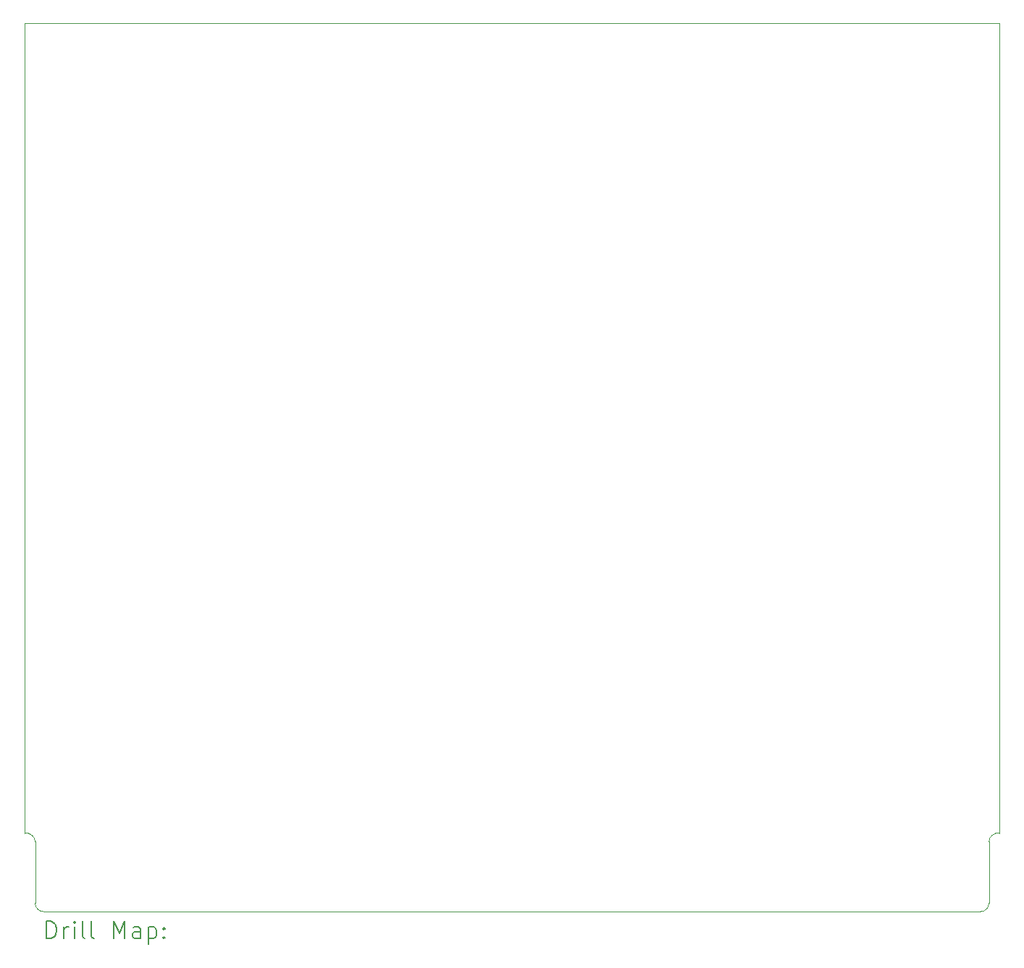
<source format=gbr>
%TF.GenerationSoftware,KiCad,Pcbnew,8.0.3*%
%TF.CreationDate,2025-02-02T19:27:15+01:00*%
%TF.ProjectId,BBARIII,42424152-4949-4492-9e6b-696361645f70,rev?*%
%TF.SameCoordinates,Original*%
%TF.FileFunction,Drillmap*%
%TF.FilePolarity,Positive*%
%FSLAX45Y45*%
G04 Gerber Fmt 4.5, Leading zero omitted, Abs format (unit mm)*
G04 Created by KiCad (PCBNEW 8.0.3) date 2025-02-02 19:27:15*
%MOMM*%
%LPD*%
G01*
G04 APERTURE LIST*
%ADD10C,0.050000*%
%ADD11C,0.200000*%
G04 APERTURE END LIST*
D10*
X20567000Y-13958004D02*
G75*
G02*
X20690424Y-13857350I107530J-5856D01*
G01*
X20567000Y-13958004D02*
X20567000Y-14675996D01*
X20690425Y-13857343D02*
X20690425Y-11475500D01*
X9515500Y-14775502D02*
G75*
G02*
X9415999Y-14675991I-2000J97502D01*
G01*
X9292575Y-11175500D02*
X9292575Y-4375500D01*
X20567000Y-14675996D02*
G75*
G02*
X20467500Y-14775500I-97490J-2014D01*
G01*
X9292575Y-13857339D02*
X9292575Y-11175500D01*
X9292575Y-13857339D02*
G75*
G02*
X9416000Y-13958000I15885J-106521D01*
G01*
X20690425Y-4375500D02*
X9292575Y-4375500D01*
X20467500Y-14775506D02*
X9515500Y-14775502D01*
X20690425Y-11475500D02*
X20690425Y-4375500D01*
X9416000Y-13958000D02*
X9416000Y-14675991D01*
D11*
X9550852Y-15089506D02*
X9550852Y-14889506D01*
X9550852Y-14889506D02*
X9598471Y-14889506D01*
X9598471Y-14889506D02*
X9627042Y-14899030D01*
X9627042Y-14899030D02*
X9646090Y-14918077D01*
X9646090Y-14918077D02*
X9655613Y-14937125D01*
X9655613Y-14937125D02*
X9665137Y-14975220D01*
X9665137Y-14975220D02*
X9665137Y-15003792D01*
X9665137Y-15003792D02*
X9655613Y-15041887D01*
X9655613Y-15041887D02*
X9646090Y-15060934D01*
X9646090Y-15060934D02*
X9627042Y-15079982D01*
X9627042Y-15079982D02*
X9598471Y-15089506D01*
X9598471Y-15089506D02*
X9550852Y-15089506D01*
X9750852Y-15089506D02*
X9750852Y-14956172D01*
X9750852Y-14994268D02*
X9760375Y-14975220D01*
X9760375Y-14975220D02*
X9769899Y-14965696D01*
X9769899Y-14965696D02*
X9788947Y-14956172D01*
X9788947Y-14956172D02*
X9807994Y-14956172D01*
X9874661Y-15089506D02*
X9874661Y-14956172D01*
X9874661Y-14889506D02*
X9865137Y-14899030D01*
X9865137Y-14899030D02*
X9874661Y-14908553D01*
X9874661Y-14908553D02*
X9884185Y-14899030D01*
X9884185Y-14899030D02*
X9874661Y-14889506D01*
X9874661Y-14889506D02*
X9874661Y-14908553D01*
X9998471Y-15089506D02*
X9979423Y-15079982D01*
X9979423Y-15079982D02*
X9969899Y-15060934D01*
X9969899Y-15060934D02*
X9969899Y-14889506D01*
X10103232Y-15089506D02*
X10084185Y-15079982D01*
X10084185Y-15079982D02*
X10074661Y-15060934D01*
X10074661Y-15060934D02*
X10074661Y-14889506D01*
X10331804Y-15089506D02*
X10331804Y-14889506D01*
X10331804Y-14889506D02*
X10398471Y-15032363D01*
X10398471Y-15032363D02*
X10465137Y-14889506D01*
X10465137Y-14889506D02*
X10465137Y-15089506D01*
X10646090Y-15089506D02*
X10646090Y-14984744D01*
X10646090Y-14984744D02*
X10636566Y-14965696D01*
X10636566Y-14965696D02*
X10617518Y-14956172D01*
X10617518Y-14956172D02*
X10579423Y-14956172D01*
X10579423Y-14956172D02*
X10560375Y-14965696D01*
X10646090Y-15079982D02*
X10627042Y-15089506D01*
X10627042Y-15089506D02*
X10579423Y-15089506D01*
X10579423Y-15089506D02*
X10560375Y-15079982D01*
X10560375Y-15079982D02*
X10550852Y-15060934D01*
X10550852Y-15060934D02*
X10550852Y-15041887D01*
X10550852Y-15041887D02*
X10560375Y-15022839D01*
X10560375Y-15022839D02*
X10579423Y-15013315D01*
X10579423Y-15013315D02*
X10627042Y-15013315D01*
X10627042Y-15013315D02*
X10646090Y-15003792D01*
X10741328Y-14956172D02*
X10741328Y-15156172D01*
X10741328Y-14965696D02*
X10760375Y-14956172D01*
X10760375Y-14956172D02*
X10798471Y-14956172D01*
X10798471Y-14956172D02*
X10817518Y-14965696D01*
X10817518Y-14965696D02*
X10827042Y-14975220D01*
X10827042Y-14975220D02*
X10836566Y-14994268D01*
X10836566Y-14994268D02*
X10836566Y-15051411D01*
X10836566Y-15051411D02*
X10827042Y-15070458D01*
X10827042Y-15070458D02*
X10817518Y-15079982D01*
X10817518Y-15079982D02*
X10798471Y-15089506D01*
X10798471Y-15089506D02*
X10760375Y-15089506D01*
X10760375Y-15089506D02*
X10741328Y-15079982D01*
X10922280Y-15070458D02*
X10931804Y-15079982D01*
X10931804Y-15079982D02*
X10922280Y-15089506D01*
X10922280Y-15089506D02*
X10912756Y-15079982D01*
X10912756Y-15079982D02*
X10922280Y-15070458D01*
X10922280Y-15070458D02*
X10922280Y-15089506D01*
X10922280Y-14965696D02*
X10931804Y-14975220D01*
X10931804Y-14975220D02*
X10922280Y-14984744D01*
X10922280Y-14984744D02*
X10912756Y-14975220D01*
X10912756Y-14975220D02*
X10922280Y-14965696D01*
X10922280Y-14965696D02*
X10922280Y-14984744D01*
M02*

</source>
